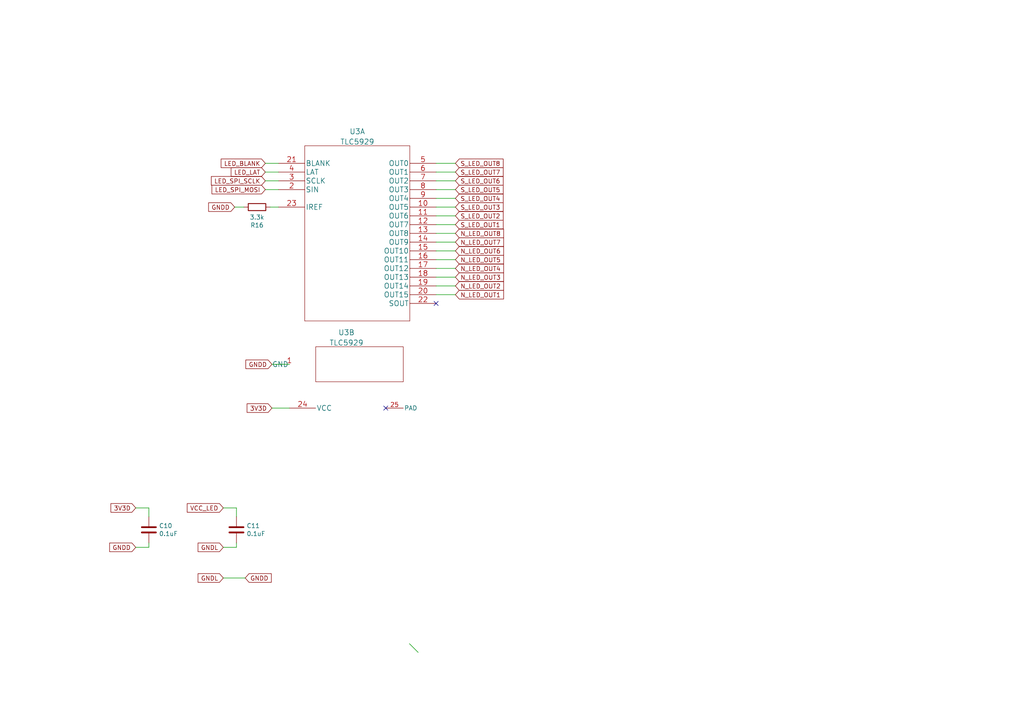
<source format=kicad_sch>
(kicad_sch (version 20211123) (generator eeschema)
  (paper "A4")
  (lib_symbols
    (symbol "Device:C" (pin_numbers hide) (pin_names (offset 0.254))
      (property "Reference" "C" (at 0.635 2.54 0))
      (property "Value" "C" (at 0.635 -2.54 0))
      (symbol "C_0_1"
        (polyline (pts (xy -2.032 -0.762) (xy 2.032 -0.762)) (stroke (width 0.508)))
        (polyline (pts (xy -2.032 0.762) (xy 2.032 0.762)) (stroke (width 0.508)))
      )
      (symbol "C_1_1"
        (pin passive line (at 0 3.81 270) (length 2.794) (name "~") (number "1"))
        (pin passive line (at 0 -3.81 90) (length 2.794) (name "~") (number "2"))
      )
    )
    (symbol "Device:R" (pin_numbers hide) (pin_names (offset 0))
      (property "Reference" "R" (at 2.032 0 90))
      (property "Value" "R" (at 0 0 90))
      (symbol "R_0_1"
        (rectangle (start -1.016 -2.54) (end 1.016 2.54) (stroke (width 0.254)))
      )
      (symbol "R_1_1"
        (pin passive line (at 0 3.81 270) (length 1.27) (name "~") (number "1"))
        (pin passive line (at 0 -3.81 90) (length 1.27) (name "~") (number "2"))
      )
    )
    (symbol "Ninja-qPCR:TLC5929" (pin_names (offset 0.254))
      (property "Reference" "U" (at 22.86 10.16 0))
      (property "Value" "TLC5929" (at 22.86 7.62 0))
      (symbol "TLC5929_1_1"
        (polyline (pts (xy 7.62 -45.72) (xy 38.1 -45.72)) (stroke (width 0.127)))
        (polyline (pts (xy 7.62 5.08) (xy 7.62 -45.72)) (stroke (width 0.127)))
        (polyline (pts (xy 38.1 -45.72) (xy 38.1 5.08)) (stroke (width 0.127)))
        (polyline (pts (xy 38.1 5.08) (xy 7.62 5.08)) (stroke (width 0.127)))
        (pin output line (at 45.72 -12.7 180) (length 7.62) (name "OUT5") (number "10"))
        (pin output line (at 45.72 -15.24 180) (length 7.62) (name "OUT6") (number "11"))
        (pin output line (at 45.72 -17.78 180) (length 7.62) (name "OUT7") (number "12"))
        (pin output line (at 45.72 -20.32 180) (length 7.62) (name "OUT8") (number "13"))
        (pin output line (at 45.72 -22.86 180) (length 7.62) (name "OUT9") (number "14"))
        (pin output line (at 45.72 -25.4 180) (length 7.62) (name "OUT10") (number "15"))
        (pin output line (at 45.72 -27.94 180) (length 7.62) (name "OUT11") (number "16"))
        (pin output line (at 45.72 -30.48 180) (length 7.62) (name "OUT12") (number "17"))
        (pin output line (at 45.72 -33.02 180) (length 7.62) (name "OUT13") (number "18"))
        (pin output line (at 45.72 -35.56 180) (length 7.62) (name "OUT14") (number "19"))
        (pin input line (at 0 -7.62 0) (length 7.62) (name "SIN") (number "2"))
        (pin output line (at 45.72 -38.1 180) (length 7.62) (name "OUT15") (number "20"))
        (pin input line (at 0 0 0) (length 7.62) (name "BLANK") (number "21"))
        (pin output line (at 45.72 -40.64 180) (length 7.62) (name "SOUT") (number "22"))
        (pin bidirectional line (at 0 -12.7 0) (length 7.62) (name "IREF") (number "23"))
        (pin input line (at 0 -5.08 0) (length 7.62) (name "SCLK") (number "3"))
        (pin input line (at 0 -2.54 0) (length 7.62) (name "LAT") (number "4"))
        (pin output line (at 45.72 0 180) (length 7.62) (name "OUT0") (number "5"))
        (pin output line (at 45.72 -2.54 180) (length 7.62) (name "OUT1") (number "6"))
        (pin output line (at 45.72 -5.08 180) (length 7.62) (name "OUT2") (number "7"))
        (pin output line (at 45.72 -7.62 180) (length 7.62) (name "OUT3") (number "8"))
        (pin output line (at 45.72 -10.16 180) (length 7.62) (name "OUT4") (number "9"))
      )
      (symbol "TLC5929_2_1"
        (polyline (pts (xy 7.62 -5.08) (xy 33.02 -5.08)) (stroke (width 0.127)))
        (polyline (pts (xy 7.62 5.08) (xy 7.62 -5.08)) (stroke (width 0.127)))
        (polyline (pts (xy 33.02 -5.08) (xy 33.02 5.08)) (stroke (width 0.127)))
        (polyline (pts (xy 33.02 5.08) (xy 7.62 5.08)) (stroke (width 0.127)))
        (pin power_in line (at 0 0 180) (length 0) (name "GND") (number "1"))
        (pin power_in line (at 0 -12.7 0) (length 7.62) (name "VCC") (number "24"))
        (pin input line (at 27.94 -12.7 0) (length 5.08) (name "PAD") (number "25"))
      )
    )
  )
  (no_connect (at 111.887 118.364))
  (no_connect (at 126.492 88.011))
  (bus_entry (at 118.745 186.69) (size 2.54 2.54))
  (wire (pts (xy 43.18 149.86) (xy 43.18 147.32)))
  (wire (pts (xy 126.492 54.991) (xy 132.08 54.991)))
  (wire (pts (xy 64.77 167.64) (xy 71.12 167.64)))
  (wire (pts (xy 126.492 57.531) (xy 132.08 57.531)))
  (wire (pts (xy 126.492 49.911) (xy 132.08 49.911)))
  (wire (pts (xy 126.492 52.451) (xy 132.08 52.451)))
  (wire (pts (xy 126.492 70.231) (xy 132.08 70.231)))
  (wire (pts (xy 64.77 158.75) (xy 68.58 158.75)))
  (wire (pts (xy 126.492 80.391) (xy 132.08 80.391)))
  (wire (pts (xy 126.492 67.691) (xy 132.08 67.691)))
  (wire (pts (xy 43.18 158.75) (xy 43.18 157.48)))
  (wire (pts (xy 126.492 82.931) (xy 132.08 82.931)))
  (wire (pts (xy 126.492 47.371) (xy 132.08 47.371)))
  (wire (pts (xy 126.492 85.471) (xy 132.08 85.471)))
  (wire (pts (xy 76.962 54.991) (xy 80.772 54.991)))
  (wire (pts (xy 39.37 158.75) (xy 43.18 158.75)))
  (wire (pts (xy 126.492 75.311) (xy 132.08 75.311)))
  (wire (pts (xy 126.492 77.851) (xy 132.08 77.851)))
  (wire (pts (xy 126.492 72.771) (xy 132.08 72.771)))
  (wire (pts (xy 126.492 65.151) (xy 132.08 65.151)))
  (wire (pts (xy 64.77 147.32) (xy 68.58 147.32)))
  (wire (pts (xy 76.962 47.371) (xy 80.772 47.371)))
  (wire (pts (xy 78.867 118.364) (xy 83.947 118.364)))
  (wire (pts (xy 68.072 60.071) (xy 70.739 60.071)))
  (wire (pts (xy 43.18 147.32) (xy 39.37 147.32)))
  (wire (pts (xy 78.359 60.071) (xy 80.772 60.071)))
  (wire (pts (xy 76.962 49.911) (xy 80.772 49.911)))
  (wire (pts (xy 68.58 158.75) (xy 68.58 157.48)))
  (wire (pts (xy 78.867 105.664) (xy 83.947 105.664)))
  (wire (pts (xy 126.492 62.611) (xy 132.08 62.611)))
  (wire (pts (xy 126.492 60.071) (xy 132.08 60.071)))
  (wire (pts (xy 76.962 52.451) (xy 80.772 52.451)))
  (wire (pts (xy 68.58 147.32) (xy 68.58 149.86)))
  (global_label "N_LED_OUT3" (shape input) (at 132.08 80.391 0) (property "Intersheet References" "${INTERSHEET_REFS}" (effects hide)))
  (global_label "VCC_LED" (shape input) (at 64.77 147.32 180) (property "Intersheet References" "${INTERSHEET_REFS}" (effects hide)))
  (global_label "GNDD" (shape input) (at 68.072 60.071 180) (property "Intersheet References" "${INTERSHEET_REFS}" (effects hide)))
  (global_label "N_LED_OUT6" (shape input) (at 132.08 72.771 0) (property "Intersheet References" "${INTERSHEET_REFS}" (effects hide)))
  (global_label "LED_BLANK" (shape input) (at 76.962 47.371 180) (property "Intersheet References" "${INTERSHEET_REFS}" (effects hide)))
  (global_label "GNDL" (shape input) (at 64.77 158.75 180) (property "Intersheet References" "${INTERSHEET_REFS}" (effects hide)))
  (global_label "S_LED_OUT6" (shape input) (at 132.08 52.451 0) (property "Intersheet References" "${INTERSHEET_REFS}" (effects hide)))
  (global_label "S_LED_OUT4" (shape input) (at 132.08 57.531 0) (property "Intersheet References" "${INTERSHEET_REFS}" (effects hide)))
  (global_label "S_LED_OUT1" (shape input) (at 132.08 65.151 0) (property "Intersheet References" "${INTERSHEET_REFS}" (effects hide)))
  (global_label "LED_SPI_MOSI" (shape input) (at 76.962 54.991 180) (property "Intersheet References" "${INTERSHEET_REFS}" (effects hide)))
  (global_label "GNDL" (shape input) (at 64.77 167.64 180) (property "Intersheet References" "${INTERSHEET_REFS}" (effects hide)))
  (global_label "N_LED_OUT1" (shape input) (at 132.08 85.471 0) (property "Intersheet References" "${INTERSHEET_REFS}" (effects hide)))
  (global_label "N_LED_OUT7" (shape input) (at 132.08 70.231 0) (property "Intersheet References" "${INTERSHEET_REFS}" (effects hide)))
  (global_label "N_LED_OUT8" (shape input) (at 132.08 67.691 0) (property "Intersheet References" "${INTERSHEET_REFS}" (effects hide)))
  (global_label "GNDD" (shape input) (at 71.12 167.64 0) (property "Intersheet References" "${INTERSHEET_REFS}" (effects hide)))
  (global_label "S_LED_OUT7" (shape input) (at 132.08 49.911 0) (property "Intersheet References" "${INTERSHEET_REFS}" (effects hide)))
  (global_label "LED_LAT" (shape input) (at 76.962 49.911 180) (property "Intersheet References" "${INTERSHEET_REFS}" (effects hide)))
  (global_label "GNDD" (shape input) (at 39.37 158.75 180) (property "Intersheet References" "${INTERSHEET_REFS}" (effects hide)))
  (global_label "3V3D" (shape input) (at 39.37 147.32 180) (property "Intersheet References" "${INTERSHEET_REFS}" (effects hide)))
  (global_label "S_LED_OUT8" (shape input) (at 132.08 47.371 0) (property "Intersheet References" "${INTERSHEET_REFS}" (effects hide)))
  (global_label "S_LED_OUT5" (shape input) (at 132.08 54.991 0) (property "Intersheet References" "${INTERSHEET_REFS}" (effects hide)))
  (global_label "N_LED_OUT2" (shape input) (at 132.08 82.931 0) (property "Intersheet References" "${INTERSHEET_REFS}" (effects hide)))
  (global_label "LED_SPI_SCLK" (shape input) (at 76.962 52.451 180) (property "Intersheet References" "${INTERSHEET_REFS}" (effects hide)))
  (global_label "3V3D" (shape input) (at 78.867 118.364 180) (property "Intersheet References" "${INTERSHEET_REFS}" (effects hide)))
  (global_label "GNDD" (shape input) (at 78.867 105.664 180) (property "Intersheet References" "${INTERSHEET_REFS}" (effects hide)))
  (global_label "N_LED_OUT4" (shape input) (at 132.08 77.851 0) (property "Intersheet References" "${INTERSHEET_REFS}" (effects hide)))
  (global_label "S_LED_OUT3" (shape input) (at 132.08 60.071 0) (property "Intersheet References" "${INTERSHEET_REFS}" (effects hide)))
  (global_label "N_LED_OUT5" (shape input) (at 132.08 75.311 0) (property "Intersheet References" "${INTERSHEET_REFS}" (effects hide)))
  (global_label "S_LED_OUT2" (shape input) (at 132.08 62.611 0) (property "Intersheet References" "${INTERSHEET_REFS}" (effects hide)))
  (symbol (lib_id "Device:C") (at 43.18 153.67 0) (unit 1)
    (property "Reference" "C10" (at 46.101 152.5016 0) (effects (justify left)))
    (property "Value" "0.1uF" (at 46.101 154.813 0) (effects (justify left)))
    (property "Footprint" "Capacitor_SMD:C_0603_1608Metric" (effects hide))
  )
  (symbol (lib_id "Device:C") (at 68.58 153.67 0) (unit 1)
    (property "Reference" "C11" (at 71.501 152.5016 0) (effects (justify left)))
    (property "Value" "0.1uF" (at 71.501 154.813 0) (effects (justify left)))
    (property "Footprint" "Capacitor_SMD:C_0603_1608Metric" (effects hide))
  )
  (symbol (lib_id "Device:R") (at 74.549 60.071 90) (unit 1)
    (property "Reference" "R16" (at 74.549 65.3288 90))
    (property "Value" "3.3k" (at 74.549 63.0174 90))
    (property "Footprint" "Resistor_SMD:R_0603_1608Metric" (effects hide))
  )
  (symbol (lib_id "Ninja-qPCR:TLC5929") (at 80.772 47.371 0) (unit 1)
    (property "Reference" "U3" (at 103.632 38.1434 0) (effects (font (size 1.524 1.524))))
    (property "Value" "TLC5929" (at 103.632 41.1368 0) (effects (font (size 1.524 1.524))))
    (property "Footprint" "Package_SO:HTSSOP-24-1EP_4.4x7.8mm_P0.65mm_EP3.4x7.8mm_Mask2.4x4.68mm_ThermalVias" (effects hide))
  )
  (symbol (lib_id "Ninja-qPCR:TLC5929") (at 83.947 105.664 0) (unit 2)
    (property "Reference" "U3" (at 100.4887 96.4364 0) (effects (font (size 1.524 1.524))))
    (property "Value" "TLC5929" (at 100.4887 99.4298 0) (effects (font (size 1.524 1.524))))
    (property "Footprint" "Package_SO:HTSSOP-24-1EP_4.4x7.8mm_P0.65mm_EP3.4x7.8mm_Mask2.4x4.68mm_ThermalVias" (effects hide))
  )
)
</source>
